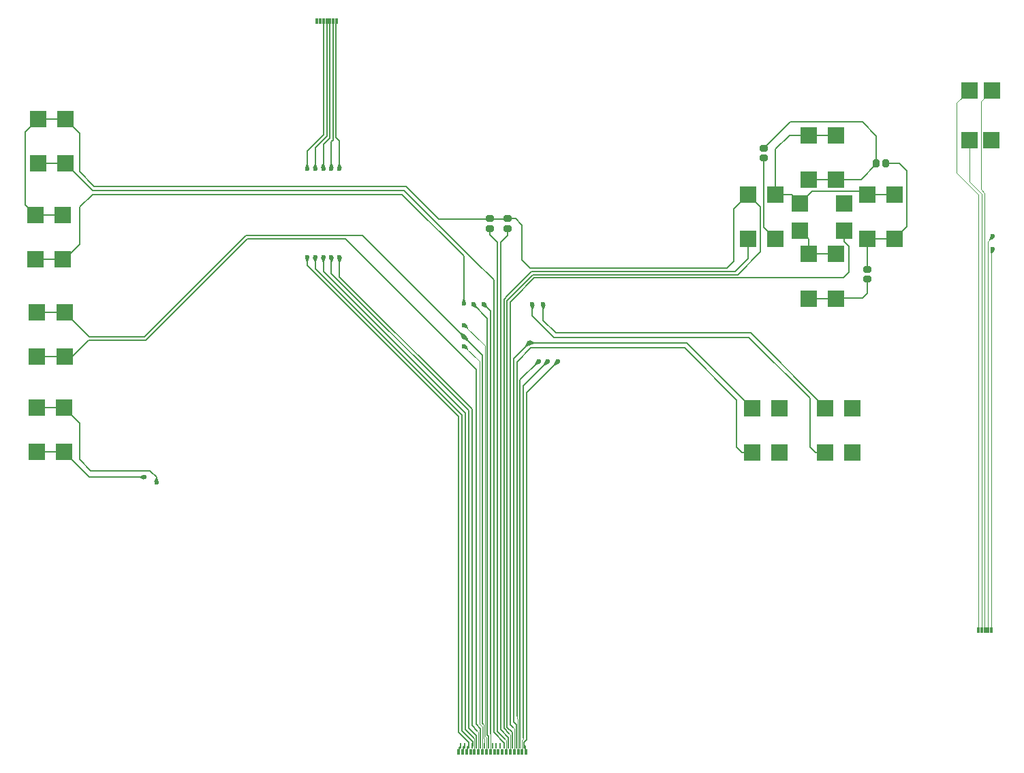
<source format=gtl>
%TF.GenerationSoftware,KiCad,Pcbnew,9.0.3*%
%TF.CreationDate,2025-08-13T18:11:37+03:00*%
%TF.ProjectId,Back,4261636b-2e6b-4696-9361-645f70636258,rev?*%
%TF.SameCoordinates,Original*%
%TF.FileFunction,Copper,L1,Top*%
%TF.FilePolarity,Positive*%
%FSLAX46Y46*%
G04 Gerber Fmt 4.6, Leading zero omitted, Abs format (unit mm)*
G04 Created by KiCad (PCBNEW 9.0.3) date 2025-08-13 18:11:37*
%MOMM*%
%LPD*%
G01*
G04 APERTURE LIST*
G04 Aperture macros list*
%AMRoundRect*
0 Rectangle with rounded corners*
0 $1 Rounding radius*
0 $2 $3 $4 $5 $6 $7 $8 $9 X,Y pos of 4 corners*
0 Add a 4 corners polygon primitive as box body*
4,1,4,$2,$3,$4,$5,$6,$7,$8,$9,$2,$3,0*
0 Add four circle primitives for the rounded corners*
1,1,$1+$1,$2,$3*
1,1,$1+$1,$4,$5*
1,1,$1+$1,$6,$7*
1,1,$1+$1,$8,$9*
0 Add four rect primitives between the rounded corners*
20,1,$1+$1,$2,$3,$4,$5,0*
20,1,$1+$1,$4,$5,$6,$7,0*
20,1,$1+$1,$6,$7,$8,$9,0*
20,1,$1+$1,$8,$9,$2,$3,0*%
%AMFreePoly0*
4,1,7,0.150000,0.330000,0.150000,-0.365000,-0.150000,-0.365000,-0.150000,0.330000,-0.050000,0.370000,0.050000,0.370000,0.150000,0.330000,0.150000,0.330000,$1*%
%AMFreePoly1*
4,1,7,0.120000,-0.275000,0.050000,-0.315000,-0.050000,-0.315000,-0.120000,-0.275000,-0.120000,0.300000,0.120000,0.300000,0.120000,-0.275000,0.120000,-0.275000,$1*%
G04 Aperture macros list end*
%TA.AperFunction,SMDPad,CuDef*%
%ADD10RoundRect,0.200000X0.300000X-0.200000X0.300000X0.200000X-0.300000X0.200000X-0.300000X-0.200000X0*%
%TD*%
%TA.AperFunction,SMDPad,CuDef*%
%ADD11R,2.000000X2.000000*%
%TD*%
%TA.AperFunction,SMDPad,CuDef*%
%ADD12R,0.300000X0.730000*%
%TD*%
%TA.AperFunction,SMDPad,CuDef*%
%ADD13RoundRect,0.200000X-0.300000X0.200000X-0.300000X-0.200000X0.300000X-0.200000X0.300000X0.200000X0*%
%TD*%
%TA.AperFunction,SMDPad,CuDef*%
%ADD14FreePoly0,0.000000*%
%TD*%
%TA.AperFunction,SMDPad,CuDef*%
%ADD15FreePoly1,0.000000*%
%TD*%
%TA.AperFunction,SMDPad,CuDef*%
%ADD16RoundRect,0.200000X-0.200000X-0.300000X0.200000X-0.300000X0.200000X0.300000X-0.200000X0.300000X0*%
%TD*%
%TA.AperFunction,ViaPad*%
%ADD17C,0.600000*%
%TD*%
%TA.AperFunction,Conductor*%
%ADD18C,0.200000*%
%TD*%
%TA.AperFunction,Conductor*%
%ADD19C,0.076000*%
%TD*%
%TA.AperFunction,Conductor*%
%ADD20C,0.100000*%
%TD*%
G04 APERTURE END LIST*
D10*
%TO.P,R3,1*%
%TO.N,Net-(SW3A-D)*%
X164610000Y-75725000D03*
%TO.P,R3,2*%
%TO.N,Net-(SW2A-D)*%
X164610000Y-74525000D03*
%TD*%
D11*
%TO.P,SW11,1,C*%
%TO.N,Net-(J5-Pin_2)*%
X61375000Y-91740000D03*
X64775000Y-91740000D03*
%TO.P,SW11,2,D*%
%TO.N,Net-(J5-Pin_1)*%
X61375000Y-97260000D03*
X64775000Y-97260000D03*
%TD*%
%TO.P,SW2,1,C*%
%TO.N,Net-(J1-Pin_28)*%
X164600000Y-65240000D03*
X168000000Y-65240000D03*
%TO.P,SW2,2,D*%
%TO.N,Net-(SW2A-D)*%
X164600000Y-70760000D03*
X168000000Y-70760000D03*
%TD*%
%TO.P,SW5,1,C*%
%TO.N,Net-(J1-Pin_28)*%
X157300000Y-57840000D03*
X160700000Y-57840000D03*
%TO.P,SW5,2,D*%
%TO.N,Net-(SW5A-D)*%
X157300000Y-63360000D03*
X160700000Y-63360000D03*
%TD*%
%TO.P,SW10,1,C*%
%TO.N,Net-(J1-Pin_12)*%
X64825000Y-85410000D03*
X61425000Y-85410000D03*
%TO.P,SW10,2,D*%
%TO.N,Net-(J1-Pin_14)*%
X64825000Y-79890000D03*
X61425000Y-79890000D03*
%TD*%
%TO.P,SW6,1,C*%
%TO.N,Net-(J1-Pin_30)*%
X150280000Y-91800000D03*
X153680000Y-91800000D03*
%TO.P,SW6,2,D*%
%TO.N,Net-(J1-Pin_31)*%
X150280000Y-97320000D03*
X153680000Y-97320000D03*
%TD*%
%TO.P,SW8,1,C*%
%TO.N,Net-(J1-Pin_28)*%
X61550000Y-55840000D03*
X64950000Y-55840000D03*
%TO.P,SW8,2,D*%
%TO.N,Net-(J1-Pin_24)*%
X61550000Y-61360000D03*
X64950000Y-61360000D03*
%TD*%
D12*
%TO.P,J4,1,Pin_1*%
%TO.N,Net-(J1-Pin_11)*%
X98630000Y-43660000D03*
%TO.P,J4,2,Pin_2*%
%TO.N,Net-(J1-Pin_10)*%
X98230000Y-43660000D03*
%TO.P,J4,3,Pin_3*%
%TO.N,Net-(J1-Pin_9)*%
X97830000Y-43660000D03*
%TO.P,J4,4,Pin_4*%
%TO.N,Net-(J1-Pin_7)*%
X97430000Y-43660000D03*
%TO.P,J4,5,Pin_5*%
%TO.N,Net-(J1-Pin_5)*%
X97030000Y-43660000D03*
%TO.P,J4,6*%
%TO.N,N/C*%
X96630000Y-43660000D03*
%TO.P,J4,7*%
X96230000Y-43660000D03*
%TD*%
D11*
%TO.P,SW1,1,C*%
%TO.N,Net-(J1-Pin_28)*%
X156240000Y-69700000D03*
X156240000Y-66300000D03*
%TO.P,SW1,2,D*%
%TO.N,Net-(J1-Pin_29)*%
X161760000Y-69700000D03*
X161760000Y-66300000D03*
%TD*%
D13*
%TO.P,C2,1*%
%TO.N,Net-(J1-Pin_28)*%
X119860000Y-68236817D03*
%TO.P,C2,2*%
%TO.N,Net-(J1-Pin_26)*%
X119860000Y-69436817D03*
%TD*%
D11*
%TO.P,SW3,1,C*%
%TO.N,Net-(J1-Pin_28)*%
X157300000Y-72640000D03*
X160700000Y-72640000D03*
%TO.P,SW3,2,D*%
%TO.N,Net-(SW3A-D)*%
X157300000Y-78160000D03*
X160700000Y-78160000D03*
%TD*%
%TO.P,SW4,1,C*%
%TO.N,Net-(J1-Pin_28)*%
X149800000Y-65240000D03*
X153200000Y-65240000D03*
%TO.P,SW4,2,D*%
%TO.N,Net-(J1-Pin_27)*%
X149800000Y-70760000D03*
X153200000Y-70760000D03*
%TD*%
D10*
%TO.P,R1,1*%
%TO.N,Net-(J1-Pin_27)*%
X151750000Y-60705000D03*
%TO.P,R1,2*%
%TO.N,Net-(SW5A-D)*%
X151750000Y-59505000D03*
%TD*%
D12*
%TO.P,J3,1,Pin_1*%
%TO.N,Net-(J3-Pin_1)*%
X178410000Y-119390000D03*
%TO.P,J3,2,Pin_2*%
%TO.N,Net-(J3-Pin_2)*%
X178810000Y-119390000D03*
%TO.P,J3,3,Pin_3*%
%TO.N,Net-(J3-Pin_3)*%
X179210000Y-119390000D03*
%TO.P,J3,4,Pin_4*%
%TO.N,Net-(J3-Pin_4)*%
X179610000Y-119390000D03*
%TO.P,J3,5,Pin_5*%
%TO.N,Net-(J3-Pin_5)*%
X180010000Y-119390000D03*
%TD*%
D13*
%TO.P,C1,1*%
%TO.N,Net-(J1-Pin_28)*%
X117710000Y-68240000D03*
%TO.P,C1,2*%
%TO.N,Net-(J1-Pin_25)*%
X117710000Y-69440000D03*
%TD*%
D11*
%TO.P,SW7,1,C*%
%TO.N,Net-(J1-Pin_16)*%
X159370000Y-91800000D03*
X162770000Y-91800000D03*
%TO.P,SW7,2,D*%
%TO.N,Net-(J1-Pin_17)*%
X159370000Y-97320000D03*
X162770000Y-97320000D03*
%TD*%
%TO.P,SW13,1,B*%
%TO.N,Net-(J3-Pin_1)*%
X180070000Y-52240000D03*
X180050000Y-58470000D03*
%TO.P,SW13,2,C*%
%TO.N,Net-(J3-Pin_2)*%
X177280000Y-52240000D03*
%TO.P,SW13,3,A*%
%TO.N,Net-(J3-Pin_3)*%
X177290000Y-58470000D03*
%TD*%
D14*
%TO.P,J1,1,Pin_1*%
%TO.N,Net-(J1-Pin_1)*%
X113803183Y-134546817D03*
D15*
%TO.P,J1,2,Pin_2*%
X114053183Y-133796817D03*
D14*
%TO.P,J1,3,Pin_3*%
%TO.N,Net-(J1-Pin_3)*%
X114297301Y-134546817D03*
D15*
%TO.P,J1,4,Pin_4*%
X114546933Y-133796817D03*
D14*
%TO.P,J1,5,Pin_5*%
%TO.N,Net-(J1-Pin_5)*%
X114791418Y-134546817D03*
D15*
%TO.P,J1,6,Pin_6*%
X115040683Y-133796817D03*
D14*
%TO.P,J1,7,Pin_7*%
%TO.N,Net-(J1-Pin_7)*%
X115285536Y-134546817D03*
D15*
%TO.P,J1,8,Pin_8*%
X115534433Y-133796817D03*
D14*
%TO.P,J1,9,Pin_9*%
%TO.N,Net-(J1-Pin_9)*%
X115779654Y-134546817D03*
D15*
%TO.P,J1,10,Pin_10*%
%TO.N,Net-(J1-Pin_10)*%
X116028183Y-133796817D03*
D14*
%TO.P,J1,11,Pin_11*%
%TO.N,Net-(J1-Pin_11)*%
X116273771Y-134546817D03*
D15*
%TO.P,J1,12,Pin_12*%
%TO.N,Net-(J1-Pin_12)*%
X116521933Y-133796817D03*
D14*
%TO.P,J1,13,Pin_13*%
%TO.N,Net-(J1-Pin_13)*%
X116767889Y-134546817D03*
D15*
%TO.P,J1,14,Pin_14*%
%TO.N,Net-(J1-Pin_14)*%
X117015683Y-133796817D03*
D14*
%TO.P,J1,15,Pin_15*%
%TO.N,Net-(J1-Pin_15)*%
X117262007Y-134546817D03*
D15*
%TO.P,J1,16,Pin_16*%
%TO.N,Net-(J1-Pin_16)*%
X117513183Y-133796817D03*
D14*
%TO.P,J1,17,Pin_17*%
%TO.N,Net-(J1-Pin_17)*%
X117756124Y-134546817D03*
D15*
%TO.P,J1,18,Pin_18*%
%TO.N,unconnected-(J1-Pin_18-Pad18)*%
X118003183Y-133796817D03*
D14*
%TO.P,J1,19,Pin_19*%
%TO.N,unconnected-(J1-Pin_19-Pad19)*%
X118250242Y-134546817D03*
D15*
%TO.P,J1,20,Pin_20*%
%TO.N,unconnected-(J1-Pin_20-Pad20)*%
X118496933Y-133796817D03*
D14*
%TO.P,J1,21,Pin_21*%
%TO.N,unconnected-(J1-Pin_21-Pad21)*%
X118744359Y-134546817D03*
D15*
%TO.P,J1,22,Pin_22*%
%TO.N,unconnected-(J1-Pin_22-Pad22)*%
X118990683Y-133796817D03*
D14*
%TO.P,J1,23,Pin_23*%
%TO.N,unconnected-(J1-Pin_23-Pad23)*%
X119238477Y-134546817D03*
D15*
%TO.P,J1,24,Pin_24*%
%TO.N,Net-(J1-Pin_24)*%
X119484433Y-133796817D03*
D14*
%TO.P,J1,25,Pin_25*%
%TO.N,Net-(J1-Pin_25)*%
X119732595Y-134546817D03*
D15*
%TO.P,J1,26,Pin_26*%
%TO.N,Net-(J1-Pin_26)*%
X119983183Y-133796817D03*
D14*
%TO.P,J1,27,Pin_27*%
%TO.N,Net-(J1-Pin_27)*%
X120226712Y-134546817D03*
D15*
%TO.P,J1,28,Pin_28*%
%TO.N,Net-(J1-Pin_28)*%
X120471933Y-133796817D03*
D14*
%TO.P,J1,29,Pin_29*%
%TO.N,Net-(J1-Pin_29)*%
X120720830Y-134546817D03*
D15*
%TO.P,J1,30,Pin_30*%
%TO.N,Net-(J1-Pin_30)*%
X120965683Y-133796817D03*
D14*
%TO.P,J1,31,Pin_31*%
%TO.N,Net-(J1-Pin_31)*%
X121214948Y-134546817D03*
D15*
%TO.P,J1,32,Pin_32*%
%TO.N,Net-(J1-Pin_32)*%
X121459433Y-133796817D03*
D14*
%TO.P,J1,33,Pin_33*%
%TO.N,Net-(J1-Pin_33)*%
X121709065Y-134546817D03*
D15*
%TO.P,J1,34,Pin_34*%
%TO.N,Net-(J1-Pin_34)*%
X121953183Y-133796817D03*
D14*
%TO.P,J1,35,Pin_35*%
X122203183Y-134546817D03*
%TD*%
D11*
%TO.P,SW9,1,C*%
%TO.N,Net-(J1-Pin_28)*%
X61225000Y-67780000D03*
X64625000Y-67780000D03*
%TO.P,SW9,2,D*%
%TO.N,Net-(J1-Pin_30)*%
X61225000Y-73300000D03*
X64625000Y-73300000D03*
%TD*%
D16*
%TO.P,R2,1*%
%TO.N,Net-(SW5A-D)*%
X165720000Y-61340000D03*
%TO.P,R2,2*%
%TO.N,Net-(SW2A-D)*%
X166920000Y-61340000D03*
%TD*%
D17*
%TO.N,Net-(J1-Pin_30)*%
X122580000Y-83670000D03*
X114480000Y-78800000D03*
%TO.N,Net-(J1-Pin_17)*%
X116940000Y-78840000D03*
X122980000Y-78900000D03*
%TO.N,Net-(J1-Pin_16)*%
X124330000Y-78880000D03*
X115650000Y-78840000D03*
%TO.N,Net-(J1-Pin_14)*%
X114500000Y-82940000D03*
%TO.N,Net-(J5-Pin_1)*%
X74770000Y-100390000D03*
%TO.N,Net-(J5-Pin_2)*%
X76280000Y-101040000D03*
%TO.N,Net-(J1-Pin_32)*%
X123770000Y-85950000D03*
%TO.N,Net-(J1-Pin_33)*%
X124910000Y-85960000D03*
%TO.N,Net-(J1-Pin_34)*%
X126180000Y-85960000D03*
%TO.N,Net-(J1-Pin_13)*%
X114497128Y-84082872D03*
%TO.N,Net-(J1-Pin_15)*%
X114500000Y-81490000D03*
%TO.N,Net-(J1-Pin_9)*%
X97000000Y-73000000D03*
X97000000Y-62000000D03*
%TO.N,Net-(J1-Pin_5)*%
X95000000Y-73000000D03*
X95000000Y-62000000D03*
%TO.N,Net-(J1-Pin_7)*%
X96000000Y-73000000D03*
X96000000Y-62000000D03*
%TO.N,Net-(J1-Pin_10)*%
X98000000Y-73000000D03*
X98000000Y-62000000D03*
%TO.N,Net-(J1-Pin_11)*%
X99000000Y-73000000D03*
X99000000Y-62000000D03*
%TO.N,Net-(J3-Pin_5)*%
X180200000Y-72000000D03*
%TO.N,Net-(J3-Pin_4)*%
X180220000Y-70420000D03*
%TD*%
D18*
%TO.N,Net-(J1-Pin_5)*%
X95000000Y-73000000D02*
X95000000Y-74070000D01*
X95000000Y-74070000D02*
X113783183Y-92853183D01*
X113783183Y-92853183D02*
X113783183Y-132126817D01*
X113783183Y-132126817D02*
X115043183Y-133386817D01*
X115043183Y-133796817D02*
X114910000Y-133930000D01*
X114791418Y-134546817D02*
X114793183Y-134546817D01*
X115043183Y-133386817D02*
X115043183Y-133796817D01*
X114910000Y-133930000D02*
X114910000Y-134170000D01*
X114791418Y-134288582D02*
X114791418Y-134546817D01*
X114910000Y-134170000D02*
X114791418Y-134288582D01*
%TO.N,Net-(J1-Pin_3)*%
X114342183Y-134397817D02*
X114303183Y-134397817D01*
X114297301Y-134546817D02*
X114410000Y-134434118D01*
X114303183Y-134397817D02*
X114303183Y-134540935D01*
X114410000Y-134000000D02*
X114553183Y-133856817D01*
X114303183Y-134540935D02*
X114297301Y-134546817D01*
X114553183Y-133856817D02*
X114553183Y-133796817D01*
X114410000Y-134434118D02*
X114410000Y-134000000D01*
%TO.N,Net-(J1-Pin_34)*%
X121953183Y-133796817D02*
X121986817Y-133796817D01*
X122090000Y-133900000D02*
X122090000Y-134433634D01*
X121986817Y-133796817D02*
X122090000Y-133900000D01*
X122090000Y-134433634D02*
X122203183Y-134546817D01*
%TO.N,Net-(J1-Pin_28)*%
X157300000Y-72640000D02*
X160700000Y-72640000D01*
X157300000Y-70760000D02*
X156240000Y-69700000D01*
X154935000Y-57840000D02*
X157300000Y-57840000D01*
X122711066Y-74400000D02*
X122704883Y-74393817D01*
X121703183Y-69036817D02*
X121703183Y-73396817D01*
X153200000Y-65240000D02*
X153200000Y-59575000D01*
X151300000Y-72370000D02*
X151300000Y-66740000D01*
X164600000Y-65240000D02*
X168000000Y-65240000D01*
X113661163Y-68250000D02*
X113664346Y-68246817D01*
X68540000Y-64180000D02*
X107280000Y-64180000D01*
X113664346Y-68246817D02*
X120313183Y-68246817D01*
X61225000Y-67780000D02*
X64625000Y-67780000D01*
X61550000Y-55840000D02*
X64950000Y-55840000D01*
X122930000Y-74400000D02*
X147150000Y-74400000D01*
X148000000Y-73550000D02*
X148000000Y-67040000D01*
X156240000Y-66300000D02*
X156240000Y-66285000D01*
X120473183Y-133796817D02*
X120473183Y-132124717D01*
X153200000Y-65240000D02*
X155180000Y-65240000D01*
X120313183Y-68246817D02*
X120323183Y-68236817D01*
X120312183Y-77929917D02*
X120312183Y-77920717D01*
X153200000Y-59575000D02*
X154935000Y-57840000D01*
X119836365Y-131487899D02*
X119836365Y-78405735D01*
X157300000Y-57840000D02*
X160700000Y-57840000D01*
X164180000Y-64820000D02*
X164600000Y-65240000D01*
X122706366Y-74400000D02*
X122930000Y-74400000D01*
X122930000Y-74400000D02*
X122711066Y-74400000D01*
X61550000Y-55840000D02*
X59950000Y-57440000D01*
X120473183Y-132124717D02*
X119836365Y-131487899D01*
X59950000Y-66505000D02*
X61225000Y-67780000D01*
X151300000Y-66740000D02*
X149800000Y-65240000D01*
X147150000Y-74400000D02*
X148000000Y-73550000D01*
X59950000Y-57440000D02*
X59950000Y-66505000D01*
X120312183Y-77920717D02*
X123037083Y-75195817D01*
X148000000Y-67040000D02*
X149800000Y-65240000D01*
X111350000Y-68250000D02*
X113661163Y-68250000D01*
X121703183Y-73396817D02*
X122706366Y-74400000D01*
X66710000Y-62350000D02*
X68540000Y-64180000D01*
X157300000Y-72640000D02*
X157300000Y-70760000D01*
X119836365Y-78405735D02*
X120312183Y-77929917D01*
X64950000Y-55840000D02*
X66710000Y-57600000D01*
X120903183Y-68236817D02*
X121703183Y-69036817D01*
X123037083Y-75195817D02*
X148474183Y-75195817D01*
X120323183Y-68236817D02*
X120903183Y-68236817D01*
X157705000Y-64820000D02*
X164180000Y-64820000D01*
X66710000Y-57600000D02*
X66710000Y-62350000D01*
X156240000Y-66285000D02*
X157705000Y-64820000D01*
X155180000Y-65240000D02*
X156240000Y-66300000D01*
X107280000Y-64180000D02*
X111350000Y-68250000D01*
X148474183Y-75195817D02*
X151300000Y-72370000D01*
%TO.N,Net-(J1-Pin_25)*%
X117710000Y-70230000D02*
X117710000Y-69440000D01*
X118602247Y-71122247D02*
X117710000Y-70230000D01*
D19*
X119733183Y-133126817D02*
X119733183Y-134546817D01*
X119598183Y-132991817D02*
X119733183Y-133126817D01*
D18*
X118602247Y-131995881D02*
X118602247Y-71122247D01*
X119598183Y-132991817D02*
X118602247Y-131995881D01*
%TO.N,Net-(J1-Pin_26)*%
X119983183Y-132776817D02*
X119023183Y-131816817D01*
X119023183Y-131816817D02*
X119023183Y-71136817D01*
X119983183Y-133796817D02*
X119983183Y-132776817D01*
X119860000Y-70300000D02*
X119860000Y-69436817D01*
X119023183Y-71136817D02*
X119860000Y-70300000D01*
%TO.N,Net-(J1-Pin_29)*%
X161760000Y-71085000D02*
X162325000Y-71650000D01*
X162325000Y-71650000D02*
X162325000Y-74875000D01*
X120248461Y-86459439D02*
X120248461Y-131212095D01*
X120237365Y-86448343D02*
X120248461Y-86459439D01*
X123206366Y-75600000D02*
X123203183Y-75596817D01*
X162325000Y-74875000D02*
X161600000Y-75600000D01*
X120713183Y-78086817D02*
X120713183Y-78096017D01*
X120713183Y-78096017D02*
X120237365Y-78571835D01*
X161760000Y-69700000D02*
X161760000Y-71085000D01*
D19*
X120713183Y-134546817D02*
X120713183Y-131676817D01*
D18*
X123203183Y-75596817D02*
X120713183Y-78086817D01*
X120237365Y-78571835D02*
X120237365Y-86448343D01*
X161600000Y-75600000D02*
X123206366Y-75600000D01*
D20*
X120713183Y-131676817D02*
X120563183Y-131526817D01*
D18*
X120248461Y-131212095D02*
X120563183Y-131526817D01*
%TO.N,Net-(SW2A-D)*%
X166920000Y-61340000D02*
X168560000Y-61340000D01*
X169525000Y-69235000D02*
X168000000Y-70760000D01*
X164610000Y-70770000D02*
X164610000Y-74525000D01*
X169525000Y-62305000D02*
X169525000Y-69235000D01*
X168560000Y-61340000D02*
X169525000Y-62305000D01*
X164600000Y-70760000D02*
X164610000Y-70770000D01*
X164600000Y-70760000D02*
X168000000Y-70760000D01*
%TO.N,Net-(SW3A-D)*%
X164610000Y-77500000D02*
X164010000Y-78100000D01*
X160760000Y-78100000D02*
X160700000Y-78160000D01*
X164010000Y-78100000D02*
X160760000Y-78100000D01*
X164610000Y-75725000D02*
X164610000Y-77500000D01*
X160700000Y-78160000D02*
X157300000Y-78160000D01*
%TO.N,Net-(J1-Pin_27)*%
X119435365Y-78239635D02*
X119435365Y-131339635D01*
X122870983Y-74794817D02*
X119911183Y-77754617D01*
X119911183Y-77754617D02*
X119911183Y-77763817D01*
X119433183Y-131341817D02*
X119433183Y-131656817D01*
X119911183Y-77763817D02*
X119435365Y-78239635D01*
D19*
X120223183Y-132446817D02*
X120093183Y-132316817D01*
X120223183Y-134546817D02*
X120223183Y-132446817D01*
D18*
X119435365Y-131339635D02*
X119433183Y-131341817D01*
X149800000Y-70760000D02*
X149800000Y-73180000D01*
X153200000Y-70760000D02*
X151750000Y-69310000D01*
X149800000Y-73180000D02*
X148182000Y-74798000D01*
X122870983Y-74794817D02*
X148178817Y-74794817D01*
X119433183Y-131656817D02*
X120093183Y-132316817D01*
X148178817Y-74794817D02*
X148182000Y-74798000D01*
X151750000Y-69310000D02*
X151750000Y-60705000D01*
%TO.N,Net-(SW5A-D)*%
X163800000Y-63360000D02*
X160700000Y-63360000D01*
X165720000Y-61440000D02*
X163800000Y-63360000D01*
X165720000Y-61340000D02*
X165720000Y-61440000D01*
X160700000Y-63360000D02*
X157300000Y-63360000D01*
X165740000Y-57930000D02*
X165740000Y-61320000D01*
X155040000Y-56180000D02*
X163990000Y-56180000D01*
X151750000Y-59470000D02*
X155040000Y-56180000D01*
X163990000Y-56180000D02*
X165740000Y-57930000D01*
X165740000Y-61320000D02*
X165720000Y-61340000D01*
%TO.N,Net-(J1-Pin_31)*%
X149020000Y-97320000D02*
X150420000Y-97320000D01*
X148375000Y-96675000D02*
X149020000Y-97320000D01*
X141910000Y-84320000D02*
X148375000Y-90785000D01*
X150420000Y-97320000D02*
X150425000Y-97325000D01*
D19*
X121120000Y-130443634D02*
X121203183Y-130526817D01*
X121203183Y-130526817D02*
X121203183Y-134546817D01*
D20*
X121052183Y-130375817D02*
X121052183Y-130116817D01*
D18*
X148375000Y-90785000D02*
X148375000Y-96675000D01*
X121050461Y-130115095D02*
X121050461Y-86069539D01*
X121052183Y-130116817D02*
X121050461Y-130115095D01*
X122800000Y-84320000D02*
X141910000Y-84320000D01*
X121050461Y-86069539D02*
X122800000Y-84320000D01*
D20*
X121120000Y-130443634D02*
X121052183Y-130375817D01*
D18*
%TO.N,Net-(J1-Pin_30)*%
X64625000Y-73300000D02*
X64820000Y-73300000D01*
X106800000Y-65200000D02*
X114490000Y-72890000D01*
X68310000Y-65200000D02*
X106800000Y-65200000D01*
X61225000Y-73300000D02*
X64625000Y-73300000D01*
X120963183Y-131176817D02*
X120963183Y-133796817D01*
X66730000Y-71390000D02*
X66730000Y-66780000D01*
X142425000Y-83945000D02*
X150355000Y-91875000D01*
X66730000Y-66780000D02*
X68310000Y-65200000D01*
X114490000Y-72890000D02*
X114490000Y-78790000D01*
X114490000Y-78790000D02*
X114480000Y-78800000D01*
X122580000Y-83670000D02*
X142148183Y-83670000D01*
X120649461Y-85600539D02*
X120649461Y-130863095D01*
X142423183Y-83945000D02*
X142425000Y-83945000D01*
X120649461Y-130863095D02*
X120963183Y-131176817D01*
X64820000Y-73300000D02*
X66730000Y-71390000D01*
X142148183Y-83670000D02*
X142423183Y-83945000D01*
X122580000Y-83670000D02*
X120649461Y-85600539D01*
%TO.N,Net-(J1-Pin_17)*%
X149901000Y-83001000D02*
X157475000Y-90575000D01*
D19*
X117793183Y-132319717D02*
X117793183Y-133316817D01*
X117793183Y-133316817D02*
X117763183Y-133346817D01*
D18*
X159385000Y-97320000D02*
X159425000Y-97360000D01*
X158145000Y-97320000D02*
X159385000Y-97320000D01*
X157475000Y-96650000D02*
X158145000Y-97320000D01*
D19*
X117763183Y-133346817D02*
X117763183Y-134546817D01*
D18*
X116940000Y-78840000D02*
X117793183Y-79693183D01*
X157475000Y-90575000D02*
X157475000Y-96650000D01*
X117793183Y-79693183D02*
X117793183Y-132319717D01*
X122980000Y-80340000D02*
X125641000Y-83001000D01*
X125641000Y-83001000D02*
X149901000Y-83001000D01*
X122980000Y-78900000D02*
X122980000Y-80340000D01*
%TO.N,Net-(J1-Pin_16)*%
X115650000Y-78840000D02*
X115650000Y-78870000D01*
X117513183Y-132606817D02*
X117513183Y-133796817D01*
X124330000Y-80870000D02*
X125913978Y-82453978D01*
X117393183Y-80613183D02*
X117393183Y-132494717D01*
X117482083Y-132575717D02*
X117513183Y-132606817D01*
X150103978Y-82453978D02*
X159370000Y-91720000D01*
X159370000Y-91720000D02*
X159370000Y-91800000D01*
X124330000Y-78880000D02*
X124330000Y-80870000D01*
X159410000Y-91840000D02*
X159370000Y-91800000D01*
X117474183Y-132575717D02*
X117482083Y-132575717D01*
X115650000Y-78870000D02*
X117393183Y-80613183D01*
X117393183Y-132494717D02*
X117474183Y-132575717D01*
X159425000Y-91840000D02*
X159410000Y-91840000D01*
X125913978Y-82453978D02*
X150103978Y-82453978D01*
%TO.N,Net-(J1-Pin_24)*%
X118193183Y-75840000D02*
X118193183Y-132152617D01*
X68301952Y-64711952D02*
X107056015Y-64711952D01*
X64950000Y-61360000D02*
X68301952Y-64711952D01*
X115690000Y-73345937D02*
X115699120Y-73345937D01*
X115699120Y-73345937D02*
X118193183Y-75840000D01*
X107056015Y-64711952D02*
X115690000Y-73345937D01*
X118193183Y-132152617D02*
X119483183Y-133442617D01*
X61550000Y-61360000D02*
X64950000Y-61360000D01*
X119483183Y-133442617D02*
X119483183Y-133796817D01*
%TO.N,Net-(J1-Pin_14)*%
X101891000Y-70331000D02*
X87419000Y-70331000D01*
D19*
X117015683Y-133448829D02*
X117015683Y-133796817D01*
X117020000Y-133444512D02*
X117015683Y-133448829D01*
X117020000Y-132990000D02*
X117020000Y-133444512D01*
D18*
X74801000Y-82949000D02*
X67884000Y-82949000D01*
X116870000Y-131110000D02*
X116760000Y-131000000D01*
D19*
X116930000Y-132900000D02*
X117020000Y-132990000D01*
D18*
X111925000Y-80365000D02*
X101891000Y-70331000D01*
X114500000Y-82940000D02*
X111925000Y-80365000D01*
X116760000Y-85200000D02*
X114500000Y-82940000D01*
X116760000Y-131000000D02*
X116760000Y-85200000D01*
X64825000Y-79890000D02*
X61425000Y-79890000D01*
D19*
X116870000Y-131110000D02*
X116930000Y-131170000D01*
D20*
X111940000Y-80380000D02*
X111925000Y-80365000D01*
D18*
X67884000Y-82949000D02*
X64825000Y-79890000D01*
X87419000Y-70331000D02*
X74801000Y-82949000D01*
D19*
X116930000Y-131170000D02*
X116930000Y-132900000D01*
D18*
%TO.N,Net-(J1-Pin_12)*%
X67860000Y-83350000D02*
X74967100Y-83350000D01*
X116520000Y-133793634D02*
X116523183Y-133796817D01*
X115980000Y-87000000D02*
X115980000Y-131130000D01*
X61425000Y-85410000D02*
X64825000Y-85410000D01*
X99712000Y-70732000D02*
X115980000Y-87000000D01*
X87585100Y-70732000D02*
X99712000Y-70732000D01*
X116520000Y-131670000D02*
X116520000Y-133793634D01*
X65800000Y-85410000D02*
X67860000Y-83350000D01*
X115980000Y-131130000D02*
X116520000Y-131670000D01*
X64825000Y-85410000D02*
X65800000Y-85410000D01*
X74967100Y-83350000D02*
X87585100Y-70732000D01*
%TO.N,Net-(J5-Pin_1)*%
X67890000Y-100390000D02*
X64775000Y-97275000D01*
X74770000Y-100390000D02*
X67890000Y-100390000D01*
X64775000Y-97275000D02*
X64775000Y-97260000D01*
X61375000Y-97260000D02*
X64775000Y-97260000D01*
%TO.N,Net-(J5-Pin_2)*%
X66710000Y-98190000D02*
X66710000Y-93675000D01*
X75480000Y-99600000D02*
X68120000Y-99600000D01*
X76280000Y-100400000D02*
X75480000Y-99600000D01*
X66710000Y-93675000D02*
X64775000Y-91740000D01*
X76280000Y-101040000D02*
X76280000Y-100400000D01*
X64775000Y-91740000D02*
X61375000Y-91740000D01*
X68120000Y-99600000D02*
X66710000Y-98190000D01*
%TO.N,Net-(J1-Pin_32)*%
X121453183Y-88266817D02*
X123770000Y-85950000D01*
X121453183Y-133796817D02*
X121453183Y-101630717D01*
X121453183Y-101630717D02*
X121453183Y-88266817D01*
D19*
%TO.N,Net-(J1-Pin_33)*%
X121703183Y-133146817D02*
X121703183Y-134546817D01*
D18*
X121859000Y-102101634D02*
X121859000Y-132802000D01*
D20*
X121859000Y-132802000D02*
X121854183Y-132806817D01*
D18*
X121853183Y-102095817D02*
X121859000Y-102101634D01*
D19*
X121854183Y-132806817D02*
X121854183Y-132995817D01*
D18*
X121853183Y-101797817D02*
X121853183Y-89016817D01*
D19*
X121854183Y-132995817D02*
X121703183Y-133146817D01*
D18*
X121853183Y-89016817D02*
X124910000Y-85960000D01*
X121853183Y-101797817D02*
X121853183Y-102095817D01*
%TO.N,Net-(J1-Pin_34)*%
X122260000Y-133070000D02*
X122260000Y-101990000D01*
X121953183Y-133880817D02*
X121962183Y-133880817D01*
X122260000Y-89880000D02*
X126180000Y-85960000D01*
X121953183Y-133796817D02*
X121953183Y-133880817D01*
X122260000Y-101990000D02*
X122260000Y-89880000D01*
X121953183Y-133796817D02*
X121953183Y-133376817D01*
X121953183Y-133376817D02*
X122260000Y-133070000D01*
D20*
%TO.N,Net-(J3-Pin_3)*%
X178700000Y-53610000D02*
X178700000Y-64600000D01*
X180070000Y-52240000D02*
X178700000Y-53610000D01*
X178700000Y-64600000D02*
X179180000Y-65080000D01*
X179180000Y-65080000D02*
X179180000Y-119408000D01*
X179180000Y-119408000D02*
X179182000Y-119410000D01*
%TO.N,Net-(J3-Pin_2)*%
X177280000Y-52240000D02*
X175690000Y-53830000D01*
X177290000Y-58470000D02*
X177290000Y-63660000D01*
X175690000Y-62520000D02*
X178410000Y-65240000D01*
X177290000Y-63660000D02*
X178794000Y-65164000D01*
X175690000Y-53830000D02*
X175690000Y-62520000D01*
X178794000Y-65164000D02*
X178794000Y-119410000D01*
X178410000Y-119405000D02*
X178405000Y-119410000D01*
X178410000Y-116602948D02*
X178410000Y-119405000D01*
X178410000Y-65240000D02*
X178410000Y-116916454D01*
%TO.N,Net-(J1-Pin_13)*%
X116390000Y-131082872D02*
X116721000Y-131413872D01*
X114497128Y-84082872D02*
X114497128Y-84087128D01*
D19*
X116767889Y-134546817D02*
X116767889Y-131460761D01*
D20*
X116390000Y-85980000D02*
X116390000Y-131082872D01*
X114497128Y-84087128D02*
X116390000Y-85980000D01*
D19*
X116767889Y-131460761D02*
X116721000Y-131413872D01*
D20*
%TO.N,Net-(J1-Pin_15)*%
X117080000Y-130800000D02*
X117080000Y-84070000D01*
D19*
X117262007Y-132812007D02*
X117262007Y-134546817D01*
D20*
X117080000Y-84070000D02*
X114500000Y-81490000D01*
X117123000Y-130843000D02*
X117080000Y-130800000D01*
X117200000Y-132750000D02*
X117123000Y-132673000D01*
X117123000Y-132673000D02*
X117123000Y-130843000D01*
D19*
X117200000Y-132750000D02*
X117262007Y-132812007D01*
D18*
%TO.N,Net-(J1-Pin_9)*%
X97000000Y-74790000D02*
X114623183Y-92413183D01*
X114623183Y-92413183D02*
X114623183Y-131790073D01*
X97000000Y-62000000D02*
X97000000Y-58990000D01*
D19*
X115783183Y-132953183D02*
X115783183Y-134546817D01*
D18*
X97020000Y-72960000D02*
X96970000Y-72960000D01*
X97810000Y-58180000D02*
X97810000Y-43528000D01*
X97810000Y-43528000D02*
X97818000Y-43520000D01*
D19*
X115649927Y-132819927D02*
X115783183Y-132953183D01*
D18*
X114623183Y-131790073D02*
X115649927Y-132816817D01*
D19*
X115649927Y-132816817D02*
X115649927Y-132819927D01*
D18*
X97000000Y-72990000D02*
X97000000Y-74790000D01*
X96970000Y-72960000D02*
X97000000Y-72990000D01*
X97000000Y-58990000D02*
X97810000Y-58180000D01*
%TO.N,Net-(J1-Pin_1)*%
X113902183Y-134081717D02*
X114053183Y-133930717D01*
X114053183Y-133930717D02*
X114053183Y-133796817D01*
X113803183Y-134546817D02*
X113803183Y-134376817D01*
X113902183Y-134277817D02*
X113902183Y-134081717D01*
X113803183Y-134376817D02*
X113902183Y-134277817D01*
%TO.N,Net-(J1-Pin_5)*%
X97042000Y-43520000D02*
X97042000Y-57748000D01*
X97042000Y-57748000D02*
X95000000Y-59790000D01*
X95000000Y-59790000D02*
X95000000Y-62000000D01*
%TO.N,Net-(J1-Pin_7)*%
X96000000Y-74440000D02*
X114203183Y-92643183D01*
X96000000Y-73150000D02*
X96000000Y-74440000D01*
X114203183Y-131979717D02*
X115543183Y-133319717D01*
X96010000Y-61990000D02*
X96000000Y-62000000D01*
X97430000Y-43520000D02*
X97430000Y-57940000D01*
X97430000Y-57940000D02*
X96010000Y-59360000D01*
X96010000Y-59360000D02*
X96010000Y-61990000D01*
X115543183Y-133319717D02*
X115543183Y-133796817D01*
X114203183Y-92643183D02*
X114203183Y-131979717D01*
X95870000Y-73020000D02*
X96000000Y-73150000D01*
%TO.N,Net-(J1-Pin_10)*%
X98000000Y-58640000D02*
X98000000Y-62000000D01*
X98000000Y-72990000D02*
X98000000Y-75080000D01*
X98000000Y-75080000D02*
X115033183Y-92113183D01*
X115033183Y-92113183D02*
X115033183Y-131586817D01*
X98206000Y-43520000D02*
X98206000Y-58434000D01*
X98206000Y-58434000D02*
X98000000Y-58640000D01*
X115033183Y-131586817D02*
X116033183Y-132586817D01*
X116033183Y-132586817D02*
X116033183Y-133796817D01*
D19*
%TO.N,Net-(J1-Pin_11)*%
X116119533Y-131973167D02*
X116123167Y-131973167D01*
D18*
X115463183Y-91893183D02*
X115463183Y-131316817D01*
X99010000Y-73020000D02*
X99010000Y-75440000D01*
X99020000Y-73010000D02*
X99010000Y-73020000D01*
D19*
X116123167Y-131973167D02*
X116273183Y-132123183D01*
D18*
X98600000Y-43525000D02*
X98595000Y-43520000D01*
X99000000Y-62000000D02*
X99000000Y-58540000D01*
X99010000Y-75440000D02*
X115463183Y-91893183D01*
D19*
X116273183Y-132123183D02*
X116273183Y-134546817D01*
D18*
X98600000Y-58140000D02*
X98600000Y-43525000D01*
X99000000Y-58540000D02*
X98600000Y-58140000D01*
X115463183Y-131316817D02*
X116119533Y-131973167D01*
D20*
%TO.N,Net-(J3-Pin_5)*%
X180010000Y-72190000D02*
X180010000Y-119390000D01*
X180200000Y-72000000D02*
X180010000Y-72190000D01*
%TO.N,Net-(J3-Pin_4)*%
X179610000Y-71040000D02*
X179610000Y-119390000D01*
X180220000Y-70420000D02*
X180220000Y-70430000D01*
X180220000Y-70430000D02*
X179610000Y-71040000D01*
%TD*%
%TA.AperFunction,Conductor*%
%TO.N,Net-(J1-Pin_5)*%
G36*
X95280930Y-73055835D02*
G01*
X95288358Y-73060834D01*
X95290077Y-73069622D01*
X95289608Y-73071290D01*
X95102796Y-73586524D01*
X95096755Y-73593134D01*
X95091797Y-73594236D01*
X94908203Y-73594236D01*
X94899930Y-73590809D01*
X94897204Y-73586524D01*
X94849544Y-73455078D01*
X94710391Y-73071288D01*
X94710792Y-73062344D01*
X94717402Y-73056303D01*
X94719056Y-73055837D01*
X94997682Y-72999469D01*
X95002318Y-72999469D01*
X95280930Y-73055835D01*
G37*
%TD.AperFunction*%
%TD*%
%TA.AperFunction,Conductor*%
%TO.N,Net-(J1-Pin_30)*%
G36*
X114589924Y-78209191D02*
G01*
X114592715Y-78213659D01*
X114769893Y-78728847D01*
X114769343Y-78737785D01*
X114762634Y-78743716D01*
X114761149Y-78744120D01*
X114482320Y-78800530D01*
X114477680Y-78800530D01*
X114199293Y-78744210D01*
X114191864Y-78739210D01*
X114190145Y-78730422D01*
X114190678Y-78728581D01*
X114387128Y-78213295D01*
X114393277Y-78206786D01*
X114398060Y-78205764D01*
X114581651Y-78205764D01*
X114589924Y-78209191D01*
G37*
%TD.AperFunction*%
%TD*%
%TA.AperFunction,Conductor*%
%TO.N,Net-(J1-Pin_30)*%
G36*
X122651282Y-83380389D02*
G01*
X123166525Y-83567204D01*
X123173134Y-83573244D01*
X123174236Y-83578202D01*
X123174236Y-83761797D01*
X123170809Y-83770070D01*
X123166524Y-83772796D01*
X122651290Y-83959608D01*
X122642344Y-83959207D01*
X122636303Y-83952597D01*
X122635837Y-83950939D01*
X122579469Y-83672318D01*
X122579469Y-83667680D01*
X122635835Y-83389067D01*
X122640834Y-83381641D01*
X122649622Y-83379922D01*
X122651282Y-83380389D01*
G37*
%TD.AperFunction*%
%TD*%
%TA.AperFunction,Conductor*%
%TO.N,Net-(J1-Pin_30)*%
G36*
X122340362Y-83509986D02*
G01*
X122341872Y-83510835D01*
X122578734Y-83667984D01*
X122582015Y-83671265D01*
X122739164Y-83908127D01*
X122740883Y-83916915D01*
X122735883Y-83924344D01*
X122734373Y-83925193D01*
X122237953Y-84157422D01*
X122229007Y-84157823D01*
X122224722Y-84155097D01*
X122094902Y-84025277D01*
X122091475Y-84017004D01*
X122092575Y-84012051D01*
X122324806Y-83515625D01*
X122331416Y-83509585D01*
X122340362Y-83509986D01*
G37*
%TD.AperFunction*%
%TD*%
%TA.AperFunction,Conductor*%
%TO.N,Net-(J1-Pin_17)*%
G36*
X117194344Y-78684116D02*
G01*
X117195193Y-78685626D01*
X117267080Y-78839293D01*
X117386791Y-79095193D01*
X117427422Y-79182046D01*
X117427823Y-79190992D01*
X117425097Y-79195277D01*
X117295277Y-79325097D01*
X117287004Y-79328524D01*
X117282047Y-79327422D01*
X117131428Y-79256961D01*
X116785626Y-79095193D01*
X116779585Y-79088583D01*
X116779986Y-79079637D01*
X116780835Y-79078127D01*
X116937985Y-78841263D01*
X116941263Y-78837985D01*
X117178127Y-78680834D01*
X117186915Y-78679116D01*
X117194344Y-78684116D01*
G37*
%TD.AperFunction*%
%TD*%
%TA.AperFunction,Conductor*%
%TO.N,Net-(J1-Pin_17)*%
G36*
X123260930Y-78955835D02*
G01*
X123268358Y-78960834D01*
X123270077Y-78969622D01*
X123269608Y-78971290D01*
X123082796Y-79486524D01*
X123076755Y-79493134D01*
X123071797Y-79494236D01*
X122888203Y-79494236D01*
X122879930Y-79490809D01*
X122877204Y-79486524D01*
X122829544Y-79355078D01*
X122690391Y-78971288D01*
X122690792Y-78962344D01*
X122697402Y-78956303D01*
X122699056Y-78955837D01*
X122977682Y-78899469D01*
X122982318Y-78899469D01*
X123260930Y-78955835D01*
G37*
%TD.AperFunction*%
%TD*%
%TA.AperFunction,Conductor*%
%TO.N,Net-(J1-Pin_16)*%
G36*
X124610930Y-78935835D02*
G01*
X124618358Y-78940834D01*
X124620077Y-78949622D01*
X124619608Y-78951290D01*
X124432796Y-79466524D01*
X124426755Y-79473134D01*
X124421797Y-79474236D01*
X124238203Y-79474236D01*
X124229930Y-79470809D01*
X124227204Y-79466524D01*
X124179544Y-79335078D01*
X124040391Y-78951288D01*
X124040792Y-78942344D01*
X124047402Y-78936303D01*
X124049056Y-78935837D01*
X124327682Y-78879469D01*
X124332318Y-78879469D01*
X124610930Y-78935835D01*
G37*
%TD.AperFunction*%
%TD*%
%TA.AperFunction,Conductor*%
%TO.N,Net-(J1-Pin_16)*%
G36*
X115903941Y-78684383D02*
G01*
X115904955Y-78686262D01*
X116122797Y-79197205D01*
X116122889Y-79206160D01*
X116120307Y-79210067D01*
X115990498Y-79339876D01*
X115982225Y-79343303D01*
X115976895Y-79342018D01*
X115494990Y-79095408D01*
X115489186Y-79088589D01*
X115489905Y-79079663D01*
X115490571Y-79078525D01*
X115647985Y-78841263D01*
X115651263Y-78837985D01*
X115887725Y-78681101D01*
X115896512Y-78679383D01*
X115903941Y-78684383D01*
G37*
%TD.AperFunction*%
%TD*%
%TA.AperFunction,Conductor*%
%TO.N,Net-(J1-Pin_14)*%
G36*
X114157949Y-82452576D02*
G01*
X114468713Y-82597953D01*
X114654373Y-82684806D01*
X114660414Y-82691416D01*
X114660013Y-82700362D01*
X114659164Y-82701872D01*
X114502015Y-82938734D01*
X114498734Y-82942015D01*
X114261872Y-83099164D01*
X114253084Y-83100883D01*
X114245655Y-83095883D01*
X114244806Y-83094373D01*
X114171997Y-82938734D01*
X114012576Y-82597951D01*
X114012176Y-82589007D01*
X114014900Y-82584724D01*
X114144723Y-82454901D01*
X114152995Y-82451475D01*
X114157949Y-82452576D01*
G37*
%TD.AperFunction*%
%TD*%
%TA.AperFunction,Conductor*%
%TO.N,Net-(J1-Pin_14)*%
G36*
X114754344Y-82784116D02*
G01*
X114755193Y-82785626D01*
X114827080Y-82939293D01*
X114946791Y-83195193D01*
X114987422Y-83282046D01*
X114987823Y-83290992D01*
X114985097Y-83295277D01*
X114855277Y-83425097D01*
X114847004Y-83428524D01*
X114842047Y-83427422D01*
X114691428Y-83356961D01*
X114345626Y-83195193D01*
X114339585Y-83188583D01*
X114339986Y-83179637D01*
X114340835Y-83178127D01*
X114497985Y-82941263D01*
X114501263Y-82937985D01*
X114738127Y-82780834D01*
X114746915Y-82779116D01*
X114754344Y-82784116D01*
G37*
%TD.AperFunction*%
%TD*%
%TA.AperFunction,Conductor*%
%TO.N,Net-(J5-Pin_1)*%
G36*
X74707655Y-100100792D02*
G01*
X74713696Y-100107402D01*
X74714165Y-100109070D01*
X74770530Y-100387680D01*
X74770530Y-100392320D01*
X74714165Y-100670929D01*
X74709165Y-100678358D01*
X74700377Y-100680077D01*
X74698709Y-100679608D01*
X74183476Y-100492796D01*
X74176866Y-100486755D01*
X74175764Y-100481797D01*
X74175764Y-100298202D01*
X74179191Y-100289929D01*
X74183473Y-100287204D01*
X74698711Y-100100391D01*
X74707655Y-100100792D01*
G37*
%TD.AperFunction*%
%TD*%
%TA.AperFunction,Conductor*%
%TO.N,Net-(J5-Pin_2)*%
G36*
X76380070Y-100449191D02*
G01*
X76382796Y-100453476D01*
X76569608Y-100968709D01*
X76569207Y-100977655D01*
X76562597Y-100983696D01*
X76560929Y-100984165D01*
X76282320Y-101040530D01*
X76277680Y-101040530D01*
X75999070Y-100984165D01*
X75991641Y-100979165D01*
X75989922Y-100970377D01*
X75990387Y-100968720D01*
X76177204Y-100453476D01*
X76183245Y-100446866D01*
X76188203Y-100445764D01*
X76371797Y-100445764D01*
X76380070Y-100449191D01*
G37*
%TD.AperFunction*%
%TD*%
%TA.AperFunction,Conductor*%
%TO.N,Net-(J1-Pin_32)*%
G36*
X123530362Y-85789986D02*
G01*
X123531872Y-85790835D01*
X123768734Y-85947984D01*
X123772015Y-85951265D01*
X123929164Y-86188127D01*
X123930883Y-86196915D01*
X123925883Y-86204344D01*
X123924373Y-86205193D01*
X123427953Y-86437422D01*
X123419007Y-86437823D01*
X123414722Y-86435097D01*
X123284902Y-86305277D01*
X123281475Y-86297004D01*
X123282575Y-86292051D01*
X123514806Y-85795625D01*
X123521416Y-85789585D01*
X123530362Y-85789986D01*
G37*
%TD.AperFunction*%
%TD*%
%TA.AperFunction,Conductor*%
%TO.N,Net-(J1-Pin_33)*%
G36*
X124670362Y-85799986D02*
G01*
X124671872Y-85800835D01*
X124908734Y-85957984D01*
X124912015Y-85961265D01*
X125069164Y-86198127D01*
X125070883Y-86206915D01*
X125065883Y-86214344D01*
X125064373Y-86215193D01*
X124567953Y-86447422D01*
X124559007Y-86447823D01*
X124554722Y-86445097D01*
X124424902Y-86315277D01*
X124421475Y-86307004D01*
X124422575Y-86302051D01*
X124654806Y-85805625D01*
X124661416Y-85799585D01*
X124670362Y-85799986D01*
G37*
%TD.AperFunction*%
%TD*%
%TA.AperFunction,Conductor*%
%TO.N,Net-(J1-Pin_34)*%
G36*
X125940362Y-85799986D02*
G01*
X125941872Y-85800835D01*
X126178734Y-85957984D01*
X126182015Y-85961265D01*
X126339164Y-86198127D01*
X126340883Y-86206915D01*
X126335883Y-86214344D01*
X126334373Y-86215193D01*
X125837953Y-86447422D01*
X125829007Y-86447823D01*
X125824722Y-86445097D01*
X125694902Y-86315277D01*
X125691475Y-86307004D01*
X125692575Y-86302051D01*
X125924806Y-85805625D01*
X125931416Y-85799585D01*
X125940362Y-85799986D01*
G37*
%TD.AperFunction*%
%TD*%
%TA.AperFunction,Conductor*%
%TO.N,Net-(J1-Pin_13)*%
G36*
X114790260Y-84028053D02*
G01*
X114794751Y-84033826D01*
X114948051Y-84462858D01*
X114947608Y-84471802D01*
X114945306Y-84475068D01*
X114885136Y-84535238D01*
X114876863Y-84538665D01*
X114872799Y-84537937D01*
X114447932Y-84380564D01*
X114441364Y-84374476D01*
X114440515Y-84367343D01*
X114494908Y-84089881D01*
X114499862Y-84082423D01*
X114504137Y-84080652D01*
X114781482Y-84026282D01*
X114790260Y-84028053D01*
G37*
%TD.AperFunction*%
%TD*%
%TA.AperFunction,Conductor*%
%TO.N,Net-(J1-Pin_15)*%
G36*
X114793190Y-81435169D02*
G01*
X114797658Y-81440879D01*
X114952995Y-81867828D01*
X114952603Y-81876774D01*
X114950273Y-81880101D01*
X114890101Y-81940273D01*
X114881828Y-81943700D01*
X114877829Y-81942995D01*
X114450879Y-81787658D01*
X114444276Y-81781609D01*
X114443398Y-81774414D01*
X114497780Y-81497009D01*
X114502734Y-81489551D01*
X114507009Y-81487780D01*
X114784414Y-81433398D01*
X114793190Y-81435169D01*
G37*
%TD.AperFunction*%
%TD*%
%TA.AperFunction,Conductor*%
%TO.N,Net-(J1-Pin_9)*%
G36*
X97100070Y-61409191D02*
G01*
X97102796Y-61413476D01*
X97289608Y-61928709D01*
X97289207Y-61937655D01*
X97282597Y-61943696D01*
X97280929Y-61944165D01*
X97002320Y-62000530D01*
X96997680Y-62000530D01*
X96719070Y-61944165D01*
X96711641Y-61939165D01*
X96709922Y-61930377D01*
X96710387Y-61928720D01*
X96897204Y-61413476D01*
X96903245Y-61406866D01*
X96908203Y-61405764D01*
X97091797Y-61405764D01*
X97100070Y-61409191D01*
G37*
%TD.AperFunction*%
%TD*%
%TA.AperFunction,Conductor*%
%TO.N,Net-(J1-Pin_9)*%
G36*
X97280930Y-73055835D02*
G01*
X97288358Y-73060834D01*
X97290077Y-73069622D01*
X97289608Y-73071290D01*
X97102796Y-73586524D01*
X97096755Y-73593134D01*
X97091797Y-73594236D01*
X96908203Y-73594236D01*
X96899930Y-73590809D01*
X96897204Y-73586524D01*
X96849544Y-73455078D01*
X96710391Y-73071288D01*
X96710792Y-73062344D01*
X96717402Y-73056303D01*
X96719056Y-73055837D01*
X96997682Y-72999469D01*
X97002318Y-72999469D01*
X97280930Y-73055835D01*
G37*
%TD.AperFunction*%
%TD*%
%TA.AperFunction,Conductor*%
%TO.N,Net-(J1-Pin_5)*%
G36*
X95100070Y-61409191D02*
G01*
X95102796Y-61413476D01*
X95289608Y-61928709D01*
X95289207Y-61937655D01*
X95282597Y-61943696D01*
X95280929Y-61944165D01*
X95002320Y-62000530D01*
X94997680Y-62000530D01*
X94719070Y-61944165D01*
X94711641Y-61939165D01*
X94709922Y-61930377D01*
X94710387Y-61928720D01*
X94897204Y-61413476D01*
X94903245Y-61406866D01*
X94908203Y-61405764D01*
X95091797Y-61405764D01*
X95100070Y-61409191D01*
G37*
%TD.AperFunction*%
%TD*%
%TA.AperFunction,Conductor*%
%TO.N,Net-(J1-Pin_7)*%
G36*
X96280930Y-73055835D02*
G01*
X96288358Y-73060834D01*
X96290077Y-73069622D01*
X96289608Y-73071290D01*
X96102796Y-73586524D01*
X96096755Y-73593134D01*
X96091797Y-73594236D01*
X95908203Y-73594236D01*
X95899930Y-73590809D01*
X95897204Y-73586524D01*
X95849544Y-73455078D01*
X95710391Y-73071288D01*
X95710792Y-73062344D01*
X95717402Y-73056303D01*
X95719056Y-73055837D01*
X95997682Y-72999469D01*
X96002318Y-72999469D01*
X96280930Y-73055835D01*
G37*
%TD.AperFunction*%
%TD*%
%TA.AperFunction,Conductor*%
%TO.N,Net-(J1-Pin_7)*%
G36*
X96109924Y-61409191D02*
G01*
X96112715Y-61413659D01*
X96289893Y-61928847D01*
X96289343Y-61937785D01*
X96282634Y-61943716D01*
X96281149Y-61944120D01*
X96002320Y-62000530D01*
X95997680Y-62000530D01*
X95719293Y-61944210D01*
X95711864Y-61939210D01*
X95710145Y-61930422D01*
X95710678Y-61928581D01*
X95907128Y-61413295D01*
X95913277Y-61406786D01*
X95918060Y-61405764D01*
X96101651Y-61405764D01*
X96109924Y-61409191D01*
G37*
%TD.AperFunction*%
%TD*%
%TA.AperFunction,Conductor*%
%TO.N,Net-(J1-Pin_10)*%
G36*
X98100070Y-61409191D02*
G01*
X98102796Y-61413476D01*
X98289608Y-61928709D01*
X98289207Y-61937655D01*
X98282597Y-61943696D01*
X98280929Y-61944165D01*
X98002320Y-62000530D01*
X97997680Y-62000530D01*
X97719070Y-61944165D01*
X97711641Y-61939165D01*
X97709922Y-61930377D01*
X97710387Y-61928720D01*
X97897204Y-61413476D01*
X97903245Y-61406866D01*
X97908203Y-61405764D01*
X98091797Y-61405764D01*
X98100070Y-61409191D01*
G37*
%TD.AperFunction*%
%TD*%
%TA.AperFunction,Conductor*%
%TO.N,Net-(J1-Pin_10)*%
G36*
X98280930Y-73055835D02*
G01*
X98288358Y-73060834D01*
X98290077Y-73069622D01*
X98289608Y-73071290D01*
X98102796Y-73586524D01*
X98096755Y-73593134D01*
X98091797Y-73594236D01*
X97908203Y-73594236D01*
X97899930Y-73590809D01*
X97897204Y-73586524D01*
X97849544Y-73455078D01*
X97710391Y-73071288D01*
X97710792Y-73062344D01*
X97717402Y-73056303D01*
X97719056Y-73055837D01*
X97997682Y-72999469D01*
X98002318Y-72999469D01*
X98280930Y-73055835D01*
G37*
%TD.AperFunction*%
%TD*%
%TA.AperFunction,Conductor*%
%TO.N,Net-(J1-Pin_11)*%
G36*
X99281149Y-73055879D02*
G01*
X99288578Y-73060879D01*
X99290297Y-73069667D01*
X99289893Y-73071152D01*
X99112715Y-73586341D01*
X99106784Y-73593050D01*
X99101651Y-73594236D01*
X98918060Y-73594236D01*
X98909787Y-73590809D01*
X98907128Y-73586704D01*
X98710681Y-73071425D01*
X98710935Y-73062474D01*
X98717445Y-73056325D01*
X98719282Y-73055792D01*
X98997682Y-72999469D01*
X99002318Y-72999469D01*
X99281149Y-73055879D01*
G37*
%TD.AperFunction*%
%TD*%
%TA.AperFunction,Conductor*%
%TO.N,Net-(J1-Pin_11)*%
G36*
X99100070Y-61409191D02*
G01*
X99102796Y-61413476D01*
X99289608Y-61928709D01*
X99289207Y-61937655D01*
X99282597Y-61943696D01*
X99280929Y-61944165D01*
X99002320Y-62000530D01*
X98997680Y-62000530D01*
X98719070Y-61944165D01*
X98711641Y-61939165D01*
X98709922Y-61930377D01*
X98710387Y-61928720D01*
X98897204Y-61413476D01*
X98903245Y-61406866D01*
X98908203Y-61405764D01*
X99091797Y-61405764D01*
X99100070Y-61409191D01*
G37*
%TD.AperFunction*%
%TD*%
%TA.AperFunction,Conductor*%
%TO.N,Net-(J3-Pin_5)*%
G36*
X180201083Y-72002277D02*
G01*
X180204355Y-72005544D01*
X180361077Y-72241035D01*
X180362808Y-72249821D01*
X180359174Y-72256204D01*
X180153235Y-72441996D01*
X180071475Y-72515760D01*
X180063340Y-72523099D01*
X180055503Y-72526112D01*
X179970421Y-72526112D01*
X179962148Y-72522685D01*
X179958799Y-72515760D01*
X179927952Y-72249821D01*
X179907003Y-72069209D01*
X179909454Y-72060597D01*
X179916303Y-72056394D01*
X180192297Y-72000558D01*
X180201083Y-72002277D01*
G37*
%TD.AperFunction*%
%TD*%
%TA.AperFunction,Conductor*%
%TO.N,Net-(J3-Pin_4)*%
G36*
X180178910Y-70411099D02*
G01*
X180212989Y-70417780D01*
X180220448Y-70422734D01*
X180222219Y-70427010D01*
X180276627Y-70704547D01*
X180274856Y-70713325D01*
X180269296Y-70717737D01*
X179847241Y-70877859D01*
X179838290Y-70877590D01*
X179834818Y-70875193D01*
X179774648Y-70815023D01*
X179771221Y-70806750D01*
X179771871Y-70802905D01*
X179922424Y-70371052D01*
X179928382Y-70364371D01*
X179935721Y-70363425D01*
X180178910Y-70411099D01*
G37*
%TD.AperFunction*%
%TD*%
M02*

</source>
